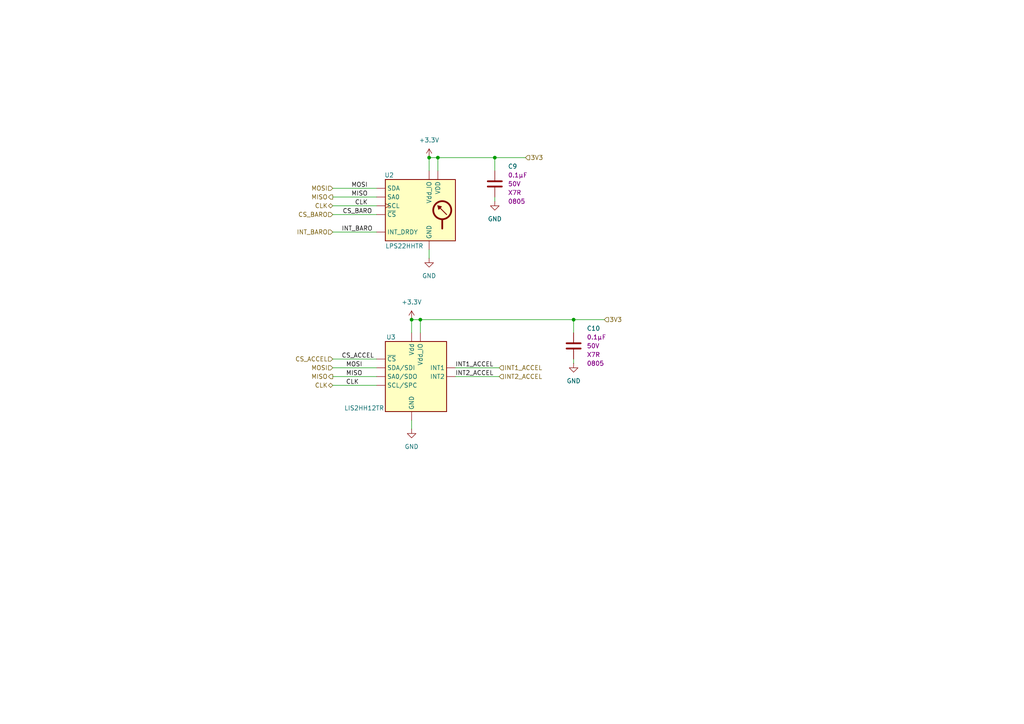
<source format=kicad_sch>
(kicad_sch (version 20231120) (generator "eeschema") (generator_version "8.0")
  (paper "A4")
  (lib_symbols
    (symbol "Capacitors_MLCC:CL21B104KBCNNNC" (pin_numbers hide) (pin_names (offset 0.254) hide)
      (property "Reference" "C" (at 4.826 4.318 0))
      (property "Capacitance" "0.1µF" (at 4.826 2.286 0))
      (property "Rated Voltage" "50V" (at 4.826 0 0))
      (property "Temperature Coefficient" "X7R" (at 4.826 -2.032 0))
      (property "Package" "0805" (at 4.826 -4.064 0))
      (symbol "CL21B104KBCNNNC_0_1"
        (polyline (pts (xy -2.032 -0.762) (xy 2.032 -0.762)) (stroke (width 0.508)))
        (polyline (pts (xy -2.032 0.762) (xy 2.032 0.762)) (stroke (width 0.508)))
      )
      (symbol "CL21B104KBCNNNC_1_1"
        (pin passive line (at 0 3.81 270) (length 2.794) (name "~") (number "1"))
        (pin passive line (at 0 -3.81 90) (length 2.794) (name "~") (number "2"))
      )
    )
    (symbol "Sensor_Motion:LIS2HH12TR" (pin_numbers hide)
      (property "Reference" "U" (at -5.08 11.43 0))
      (property "Value" "LIS2HH12TR" (at 3.81 11.43 0))
      (symbol "LIS2HH12TR_0_1"
        (rectangle (start -7.62 10.16) (end 10.16 -10.16) (stroke (width 0.254)) (fill (type background)))
      )
      (symbol "LIS2HH12TR_1_1"
        (pin input line (at -10.16 -2.54 0) (length 2.54) (name "SCL/SPC") (number "1"))
        (pin power_in line (at 2.54 12.7 270) (length 2.54) (name "Vdd_IO") (number "10"))
        (pin output line (at 12.7 0 180) (length 2.54) (name "INT2") (number "11"))
        (pin output line (at 12.7 2.54 180) (length 2.54) (name "INT1") (number "12"))
        (pin input line (at -10.16 5.08 0) (length 2.54) (name "~{CS}") (number "2"))
        (pin bidirectional line (at -10.16 0 0) (length 2.54) (name "SA0/SDO") (number "3"))
        (pin bidirectional line (at -10.16 2.54 0) (length 2.54) (name "SDA/SDI") (number "4"))
        (pin passive line (at 0 -12.7 90) (length 2.54) hide (name "RES") (number "5"))
        (pin power_in line (at 0 -12.7 90) (length 2.54) (name "GND") (number "6"))
        (pin passive line (at 0 -12.7 90) (length 2.54) hide (name "GND") (number "7"))
        (pin passive line (at 0 -12.7 90) (length 2.54) hide (name "GND") (number "8"))
        (pin power_in line (at 0 12.7 270) (length 2.54) (name "Vdd") (number "9"))
      )
    )
    (symbol "Sensor_Pressure:LPS22HHTR" (pin_numbers hide)
      (property "Reference" "U" (at -11.43 1.27 0))
      (property "Value" "LPS22HHTR" (at -11.176 -1.27 0))
      (symbol "LPS22HHTR_0_1"
        (rectangle (start -10.16 10.16) (end 10.16 -7.62) (stroke (width 0.254)) (fill (type background)))
        (circle (center -6.35 1.27) (radius 2.6162) (stroke (width 0.508)))
        (polyline (pts (xy -7.62 0) (xy -5.08 2.54)) (stroke (width 0.254)))
        (polyline (pts (xy -6.35 -1.524) (xy -6.35 -4.064)) (stroke (width 0.508)))
        (polyline (pts (xy -5.08 2.54) (xy -5.334 1.524) (xy -6.096 2.286) (xy -5.08 2.54)) (stroke (width 0.254)) (fill (type outline)))
      )
      (symbol "LPS22HHTR_1_1"
        (pin power_in line (at -2.54 12.7 270) (length 2.54) (name "Vdd_IO") (number "1"))
        (pin power_in line (at -5.08 12.7 270) (length 2.54) (name "VDD") (number "10"))
        (pin input clock (at 12.7 2.54 180) (length 2.54) (name "SCL") (number "2"))
        (pin passive line (at -2.54 -10.16 90) (length 2.54) hide (name "GND") (number "3"))
        (pin bidirectional line (at 12.7 7.62 180) (length 2.54) (name "SDA") (number "4"))
        (pin input line (at 12.7 5.08 180) (length 2.54) (name "SA0") (number "5"))
        (pin input line (at 12.7 0 180) (length 2.54) (name "~{CS}") (number "6"))
        (pin output line (at 12.7 -5.08 180) (length 2.54) (name "INT_DRDY") (number "7"))
        (pin power_in line (at -2.54 -10.16 90) (length 2.54) (name "GND") (number "8"))
        (pin passive line (at -2.54 -10.16 90) (length 2.54) hide (name "GND") (number "9"))
      )
    )
    (symbol "power:+3.3V" (power) (pin_numbers hide) (pin_names (offset 0) hide)
      (property "Value" "+3.3V" (at 0 3.556 0))
      (symbol "+3.3V_0_1"
        (polyline (pts (xy -0.762 1.27) (xy 0 2.54)))
        (polyline (pts (xy 0 0) (xy 0 2.54)))
        (polyline (pts (xy 0 2.54) (xy 0.762 1.27)))
      )
      (symbol "+3.3V_1_1"
        (pin power_in line (at 0 0 90) (length 0) (name "~") (number "1"))
      )
    )
    (symbol "power:GND" (power) (pin_numbers hide) (pin_names (offset 0) hide)
      (property "Value" "GND" (at 0 -3.81 0))
      (symbol "GND_0_1"
        (polyline (pts (xy 0 0) (xy 0 -1.27) (xy 1.27 -1.27) (xy 0 -2.54) (xy -1.27 -1.27) (xy 0 -1.27)))
      )
      (symbol "GND_1_1"
        (pin power_in line (at 0 0 270) (length 0) (name "~") (number "1"))
      )
    )
  )
  (junction (at 119.38 92.71))
  (junction (at 121.92 92.71))
  (junction (at 124.46 45.72))
  (junction (at 166.37 92.71))
  (junction (at 143.51 45.72))
  (junction (at 127 45.72))
  (wire (pts (xy 121.92 92.71) (xy 119.38 92.71)))
  (wire (pts (xy 124.46 74.93) (xy 124.46 72.39)))
  (wire (pts (xy 96.52 57.15) (xy 109.22 57.15)))
  (wire (pts (xy 119.38 92.71) (xy 119.38 96.52)))
  (wire (pts (xy 96.52 59.69) (xy 109.22 59.69)))
  (wire (pts (xy 143.51 45.72) (xy 152.4 45.72)))
  (wire (pts (xy 119.38 124.46) (xy 119.38 121.92)))
  (wire (pts (xy 96.52 111.76) (xy 109.22 111.76)))
  (wire (pts (xy 124.46 45.72) (xy 127 45.72)))
  (wire (pts (xy 96.52 104.14) (xy 109.22 104.14)))
  (wire (pts (xy 124.46 49.53) (xy 124.46 45.72)))
  (wire (pts (xy 96.52 106.68) (xy 109.22 106.68)))
  (wire (pts (xy 143.51 58.42) (xy 143.51 57.15)))
  (wire (pts (xy 127 45.72) (xy 143.51 45.72)))
  (wire (pts (xy 143.51 45.72) (xy 143.51 49.53)))
  (wire (pts (xy 132.08 109.22) (xy 144.78 109.22)))
  (wire (pts (xy 166.37 92.71) (xy 175.26 92.71)))
  (wire (pts (xy 166.37 96.52) (xy 166.37 92.71)))
  (wire (pts (xy 96.52 62.23) (xy 109.22 62.23)))
  (wire (pts (xy 96.52 67.31) (xy 109.22 67.31)))
  (wire (pts (xy 96.52 109.22) (xy 109.22 109.22)))
  (wire (pts (xy 166.37 105.41) (xy 166.37 104.14)))
  (wire (pts (xy 127 45.72) (xy 127 49.53)))
  (wire (pts (xy 132.08 106.68) (xy 144.78 106.68)))
  (wire (pts (xy 121.92 92.71) (xy 166.37 92.71)))
  (wire (pts (xy 96.52 54.61) (xy 109.22 54.61)))
  (wire (pts (xy 121.92 96.52) (xy 121.92 92.71)))
  (label "CS_ACCEL" (at 99.06 104.14 0))
  (label "INT_BARO" (at 99.06 67.31 0))
  (label "MOSI" (at 106.68 54.61 180))
  (label "CS_BARO" (at 107.95 62.23 180))
  (label "MISO" (at 100.33 109.22 0))
  (label "CLK" (at 106.68 59.69 180))
  (label "CLK" (at 100.33 111.76 0))
  (label "INT1_ACCEL" (at 132.08 106.68 0))
  (label "INT2_ACCEL" (at 132.08 109.22 0))
  (label "MOSI" (at 100.33 106.68 0))
  (label "MISO" (at 106.68 57.15 180))
  (hierarchical_label "CLK" (shape bidirectional) (at 96.52 59.69 180))
  (hierarchical_label "3V3" (shape input) (at 152.4 45.72 0))
  (hierarchical_label "INT_BARO" (shape input) (at 96.52 67.31 180))
  (hierarchical_label "MISO" (shape output) (at 96.52 109.22 180))
  (hierarchical_label "3V3" (shape input) (at 175.26 92.71 0))
  (hierarchical_label "MOSI" (shape input) (at 96.52 54.61 180))
  (hierarchical_label "MISO" (shape output) (at 96.52 57.15 180))
  (hierarchical_label "CS_ACCEL" (shape input) (at 96.52 104.14 180))
  (hierarchical_label "CLK" (shape bidirectional) (at 96.52 111.76 180))
  (hierarchical_label "INT2_ACCEL" (shape input) (at 144.78 109.22 0))
  (hierarchical_label "INT1_ACCEL" (shape input) (at 144.78 106.68 0))
  (hierarchical_label "CS_BARO" (shape input) (at 96.52 62.23 180))
  (hierarchical_label "MOSI" (shape input) (at 96.52 106.68 180))
  (symbol (lib_id "Sensor_Motion:LIS2HH12TR") (at 119.38 109.22 0) (unit 1)
    (property "Reference" "U3" (at 112.014 97.79 0) (effects (justify left)))
    (property "Value" "LIS2HH12TR" (at 99.822 118.364 0) (effects (justify left)))
    (property "Footprint" "Package_LGA:LGA-12_LIS2HH12TR" (effects (hide yes)))
    (property "Datasheet" "www.st.com/resource/en/datasheet/lis2hh12.pdf" (effects (hide yes)))
    (property "Description" "3-Axis Accelerometer, 2/4/8g range, I2C/SPI interface" (effects (hide yes)))
  )
  (symbol (lib_id "power:GND") (at 119.38 124.46 0) (unit 1)
    (property "Reference" "#PWR024" (effects (hide yes)))
    (property "Value" "GND" (at 119.38 129.54 0))
    (property "Description" "Power symbol creates a global label with name \"GND\" , ground" (effects (hide yes)))
  )
  (symbol (lib_id "power:GND") (at 166.37 105.41 0) (mirror y) (unit 1)
    (property "Reference" "#PWR026" (effects (hide yes)))
    (property "Value" "GND" (at 166.37 110.49 0))
    (property "Description" "Power symbol creates a global label with name \"GND\" , ground" (effects (hide yes)))
  )
  (symbol (lib_id "power:GND") (at 143.51 58.42 0) (mirror y) (unit 1)
    (property "Reference" "#PWR025" (effects (hide yes)))
    (property "Value" "GND" (at 143.51 63.5 0))
    (property "Description" "Power symbol creates a global label with name \"GND\" , ground" (effects (hide yes)))
  )
  (symbol (lib_id "Capacitors_MLCC:CL21B104KBCNNNC") (at 143.51 53.34 0) (unit 1)
    (property "Reference" "C9" (at 147.32 48.2599 0) (effects (justify left)))
    (property "Value" "CL21B104KBCNNNC" (effects (hide yes)))
    (property "Footprint" "Capacitor_SMD:C_0805_2012Metric_Pad1.18x1.45mm_HandSolder" (effects (hide yes)))
    (property "Description" "CAP CER 0.1UF 50V X7R 0805" (effects (hide yes)))
    (property "Capacitance" "0.1µF" (at 147.32 50.7999 0) (effects (justify left)))
    (property "Rated Voltage" "50V" (at 147.32 53.3399 0) (effects (justify left)))
    (property "Temperature Coefficient" "X7R" (at 147.32 55.8799 0) (effects (justify left)))
    (property "Package" "0805" (at 147.32 58.4199 0) (effects (justify left)))
  )
  (symbol (lib_id "Capacitors_MLCC:CL21B104KBCNNNC") (at 166.37 100.33 0) (unit 1)
    (property "Reference" "C10" (at 170.18 95.2499 0) (effects (justify left)))
    (property "Value" "CL21B104KBCNNNC" (effects (hide yes)))
    (property "Footprint" "Capacitor_SMD:C_0805_2012Metric_Pad1.18x1.45mm_HandSolder" (effects (hide yes)))
    (property "Description" "CAP CER 0.1UF 50V X7R 0805" (effects (hide yes)))
    (property "Capacitance" "0.1µF" (at 170.18 97.7899 0) (effects (justify left)))
    (property "Rated Voltage" "50V" (at 170.18 100.3299 0) (effects (justify left)))
    (property "Temperature Coefficient" "X7R" (at 170.18 102.8699 0) (effects (justify left)))
    (property "Package" "0805" (at 170.18 105.4099 0) (effects (justify left)))
  )
  (symbol (lib_id "Sensor_Pressure:LPS22HHTR") (at 121.92 62.23 0) (mirror y) (unit 1)
    (property "Reference" "U2" (at 111.506 50.8 0) (effects (justify right)))
    (property "Value" "LPS22HHTR" (at 111.76 71.374 0) (effects (justify right)))
    (property "Footprint" "Package_LGA:ST_HLGA-10_LPS22HHTR" (effects (hide yes)))
    (property "Description" "SENSOR 18.27PSIA 24BIT 10HLGA" (effects (hide yes)))
  )
  (symbol (lib_id "power:GND") (at 124.46 74.93 0) (mirror y) (unit 1)
    (property "Reference" "#PWR05" (effects (hide yes)))
    (property "Value" "GND" (at 124.46 80.01 0))
    (property "Description" "Power symbol creates a global label with name \"GND\" , ground" (effects (hide yes)))
  )
  (symbol (lib_id "power:+3.3V") (at 119.38 92.71 0) (unit 1)
    (property "Reference" "#PWR023" (effects (hide yes)))
    (property "Value" "+3.3V" (at 119.38 87.63 0))
    (property "Description" "Power symbol creates a global label with name \"+3.3V\"" (effects (hide yes)))
  )
  (symbol (lib_id "power:+3.3V") (at 124.46 45.72 0) (mirror y) (unit 1)
    (property "Reference" "#PWR014" (effects (hide yes)))
    (property "Value" "+3.3V" (at 124.46 40.64 0))
    (property "Description" "Power symbol creates a global label with name \"+3.3V\"" (effects (hide yes)))
  )
)
</source>
